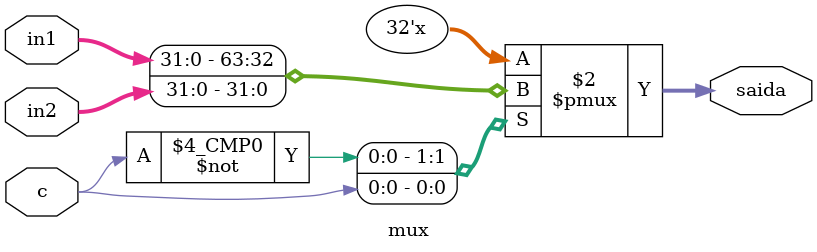
<source format=v>
module mux(in1, in2, saida, c);
	input [31:0]in1;
	input [31:0]in2;
	input c;
	output reg[31:0]saida;
	
	always @(*) begin
	
		case(c)
			1'b0: saida = in1;
			1'b1: saida = in2;
		endcase
	end
endmodule

</source>
